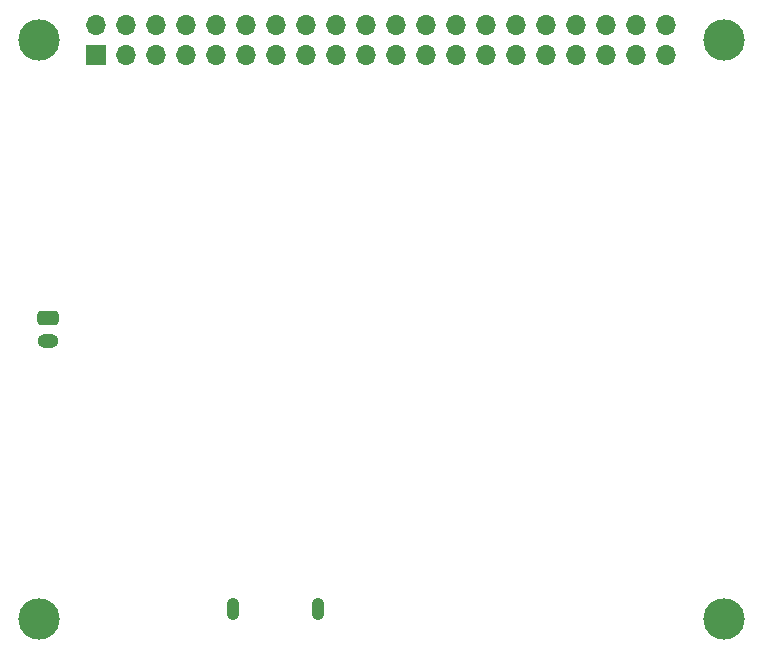
<source format=gbs>
G04 #@! TF.GenerationSoftware,KiCad,Pcbnew,7.0.9*
G04 #@! TF.CreationDate,2023-11-15T19:01:28+02:00*
G04 #@! TF.ProjectId,Power,506f7765-722e-46b6-9963-61645f706362,rev?*
G04 #@! TF.SameCoordinates,Original*
G04 #@! TF.FileFunction,Soldermask,Bot*
G04 #@! TF.FilePolarity,Negative*
%FSLAX46Y46*%
G04 Gerber Fmt 4.6, Leading zero omitted, Abs format (unit mm)*
G04 Created by KiCad (PCBNEW 7.0.9) date 2023-11-15 19:01:28*
%MOMM*%
%LPD*%
G01*
G04 APERTURE LIST*
G04 Aperture macros list*
%AMRoundRect*
0 Rectangle with rounded corners*
0 $1 Rounding radius*
0 $2 $3 $4 $5 $6 $7 $8 $9 X,Y pos of 4 corners*
0 Add a 4 corners polygon primitive as box body*
4,1,4,$2,$3,$4,$5,$6,$7,$8,$9,$2,$3,0*
0 Add four circle primitives for the rounded corners*
1,1,$1+$1,$2,$3*
1,1,$1+$1,$4,$5*
1,1,$1+$1,$6,$7*
1,1,$1+$1,$8,$9*
0 Add four rect primitives between the rounded corners*
20,1,$1+$1,$2,$3,$4,$5,0*
20,1,$1+$1,$4,$5,$6,$7,0*
20,1,$1+$1,$6,$7,$8,$9,0*
20,1,$1+$1,$8,$9,$2,$3,0*%
G04 Aperture macros list end*
%ADD10RoundRect,0.300000X-0.600000X0.300000X-0.600000X-0.300000X0.600000X-0.300000X0.600000X0.300000X0*%
%ADD11O,1.800000X1.200000*%
%ADD12C,3.500000*%
%ADD13O,1.050000X1.900000*%
%ADD14R,1.700000X1.700000*%
%ADD15O,1.700000X1.700000*%
G04 APERTURE END LIST*
D10*
X122760000Y-92320000D03*
D11*
X122760000Y-94320000D03*
D12*
X121980000Y-68820000D03*
D13*
X138425000Y-116980000D03*
X145575000Y-116980000D03*
D12*
X121980000Y-117820000D03*
X179980000Y-117820000D03*
X179980000Y-68820000D03*
D14*
X126855000Y-70095000D03*
D15*
X126855000Y-67555000D03*
X129395000Y-70095000D03*
X129395000Y-67555000D03*
X131935000Y-70095000D03*
X131935000Y-67555000D03*
X134475000Y-70095000D03*
X134475000Y-67555000D03*
X137015000Y-70095000D03*
X137015000Y-67555000D03*
X139555000Y-70095000D03*
X139555000Y-67555000D03*
X142095000Y-70095000D03*
X142095000Y-67555000D03*
X144635000Y-70095000D03*
X144635000Y-67555000D03*
X147175000Y-70095000D03*
X147175000Y-67555000D03*
X149715000Y-70095000D03*
X149715000Y-67555000D03*
X152255000Y-70095000D03*
X152255000Y-67555000D03*
X154795000Y-70095000D03*
X154795000Y-67555000D03*
X157335000Y-70095000D03*
X157335000Y-67555000D03*
X159875000Y-70095000D03*
X159875000Y-67555000D03*
X162415000Y-70095000D03*
X162415000Y-67555000D03*
X164955000Y-70095000D03*
X164955000Y-67555000D03*
X167495000Y-70095000D03*
X167495000Y-67555000D03*
X170035000Y-70095000D03*
X170035000Y-67555000D03*
X172575000Y-70095000D03*
X172575000Y-67555000D03*
X175115000Y-70095000D03*
X175115000Y-67555000D03*
M02*

</source>
